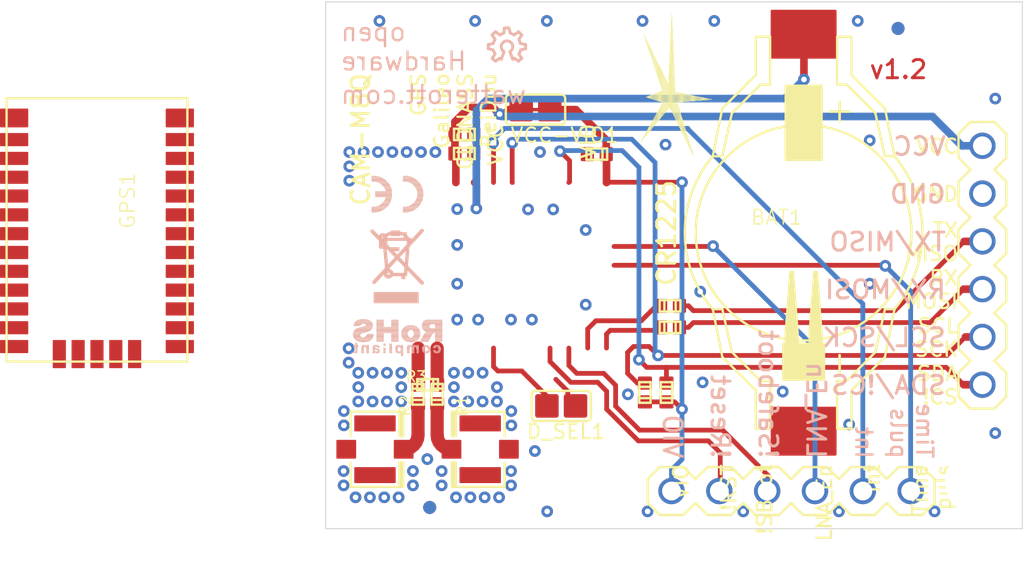
<source format=kicad_pcb>
(kicad_pcb (version 20171130) (host pcbnew 5.1.6-c6e7f7d~87~ubuntu18.04.1)
  (layers (0 Top signal) (31 Bottom signal) (34 B.Paste user) (35 F.Paste user) (36 B.SilkS user) (37 F.SilkS user) (38 B.Mask user) (39 F.Mask user) (44 Edge.Cuts user))
  (net 0 "")
  (net 1 GND)
  (net 2 VCC)
  (net 3 VCCIO)
  (net 4 /SDA)
  (net 5 /SCL)
  (net 6 /RXD)
  (net 7 /TXD)
  (net 8 /TIMEPULS)
  (net 9 /EXT_INT)
  (net 10 /LNA_EN)
  (net 11 /SAFEBOOT)
  (net 12 /RESET)
  (net 13 "Net-(BAT1-Pad+)")
  (net 14 "Net-(D_SEL1-Pad1)")
  (net 15 "Net-(GPS1-Pad26)")
  (net 16 "Net-(GPS1-Pad25)")
  (net 17 "Net-(GPS1-Pad17)")
  (net 18 "Net-(GPS1-Pad16)")
  (net 19 "Net-(IN1-PadFEED)")
  (net 20 "Net-(OUT1-PadFEED)")
  (module "" (layer Top) (at 144.5011 116.5036)
    (fp_text reference @HOLE0 hide)
    (fp_text value "" (at 0 0) (layer F.SilkS) (effects (font (size 1.27 1.27))))
    (pad "" np_thru_hole circle (at 0 0) (size 3.2 3.2) (drill 3.2) (layers *.Cu *.Mask))
  )
  (module "" (layer Top) (at 144.5011 93.5036)
    (fp_text reference @HOLE1 hide)
    (fp_text value "" (at 0 0) (layer F.SilkS) (effects (font (size 1.27 1.27))))
    (pad "" np_thru_hole circle (at 0 0) (size 3.2 3.2) (drill 3.2) (layers *.Cu *.Mask))
  )
  (module "" (layer Top) (at 164.5011 93.5036)
    (fp_text reference @HOLE2 hide)
    (fp_text value "" (at 0 0) (layer F.SilkS) (effects (font (size 1.27 1.27))))
    (pad "" np_thru_hole circle (at 0 0) (size 3.2 3.2) (drill 3.2) (layers *.Cu *.Mask))
  )
  (module "" (layer Top) (at 164.5011 116.5036)
    (fp_text reference @HOLE3 hide)
    (fp_text value "" (at 0 0) (layer F.SilkS) (effects (font (size 1.27 1.27))))
    (pad "" np_thru_hole circle (at 0 0) (size 3.2 3.2) (drill 3.2) (layers *.Cu *.Mask))
  )
  (module CAM-M8Q-Breakout_v12:PASSER_07MM (layer Top) (at 160.3991 92.4156)
    (fp_text reference X1 hide)
    (fp_text value PASSER-07 hide)
    (pad X smd roundrect (at 0 0) (size 0.7 0.7) (layers Top F.Mask) (roundrect_rratio 0.5))
  )
  (module CAM-M8Q-Breakout_v12:PASSER_07MM (layer Top) (at 135.5251 117.8766)
    (fp_text reference X2 hide)
    (fp_text value PASSER-07 hide)
    (pad X smd roundrect (at 0 0) (size 0.7 0.7) (layers Top F.Mask) (roundrect_rratio 0.5))
  )
  (module CAM-M8Q-Breakout_v12:OSHW_6X70 (layer Bottom) (at 140.6211 94.1596 180)
    (fp_text reference LOGO2 hide)
    (fp_text value OSHW_LOGOX0070 hide)
  )
  (module CAM-M8Q-Breakout_v12:C0402 (layer Top) (at 144.4001 99.0946 90)
    (fp_text reference C3 hide)
    (fp_text value 100n hide)
    (pad 2 smd roundrect (at 0 0.5 90) (size 0.75 0.7) (layers Top F.Paste F.Mask) (roundrect_rratio 0.1) (net 3 VCCIO))
    (pad 1 smd roundrect (at 0 -0.5 90) (size 0.75 0.7) (layers Top F.Paste F.Mask) (roundrect_rratio 0.1) (net 1 GND))
  )
  (module CAM-M8Q-Breakout_v12:C0402 (layer Top) (at 137.3671 99.0646 270)
    (fp_text reference C4 hide)
    (fp_text value 100n hide)
    (pad 2 smd roundrect (at 0 0.5 270) (size 0.75 0.7) (layers Top F.Paste F.Mask) (roundrect_rratio 0.1) (net 2 VCC))
    (pad 1 smd roundrect (at 0 -0.5 270) (size 0.75 0.7) (layers Top F.Paste F.Mask) (roundrect_rratio 0.1) (net 1 GND))
  )
  (module CAM-M8Q-Breakout_v12:PASSER_07MM (layer Bottom) (at 135.5251 117.8766 180)
    (fp_text reference X3 hide)
    (fp_text value PASSER-07 hide)
    (pad X smd roundrect (at 0 0 180) (size 0.7 0.7) (layers Bottom B.Mask) (roundrect_rratio 0.5))
  )
  (module CAM-M8Q-Breakout_v12:PASSER_07MM (layer Bottom) (at 160.3991 92.4156 180)
    (fp_text reference X4 hide)
    (fp_text value PASSER-07 hide)
    (pad X smd roundrect (at 0 0 180) (size 0.7 0.7) (layers Bottom B.Mask) (roundrect_rratio 0.5))
  )
  (module CAM-M8Q-Breakout_v12:BAT-SMTU1225LF (layer Top) (at 155.384684 103.271869)
    (fp_text reference BAT1 (at 0 -1.27) (layer F.SilkS) (effects (font (size 0.77216 0.77216) (thickness 0.077216)) (justify right top)))
    (fp_text value SMTU1225LF)
    (fp_text user - (at 1.016 6.096 90) (layer F.SilkS) (effects (font (size 1.35128 1.35128) (thickness 0.14224)) (justify right top)))
    (fp_text user + (at 1.016 -7.366 90) (layer F.SilkS) (effects (font (size 1.35128 1.35128) (thickness 0.14224)) (justify right top)))
    (pad - smd roundrect (at 0 10.55 270) (size 2.6 3.5) (layers Top F.Paste F.Mask) (roundrect_rratio 0.025) (net 1 GND))
    (pad + smd roundrect (at 0 -10.55 270) (size 2.6 3.5) (layers Top F.Paste F.Mask) (roundrect_rratio 0.025) (net 13 "Net-(BAT1-Pad+)"))
  )
  (module CAM-M8Q-Breakout_v12:JUMPER2-0603_NC (layer Top) (at 142.51085 112.47935 90)
    (fp_text reference D_SEL1 (at -1.36525 0.254) (layer F.SilkS) (effects (font (size 0.77216 0.77216) (thickness 0.115824))))
    (fp_text value JUMPER2-0603-NC hide)
    (pad 2 smd roundrect (at 0 0.76 90) (size 1.25 1.25) (layers Top F.Mask) (roundrect_rratio 0.1) (net 1 GND))
    (pad 1 smd roundrect (at 0 -0.76 90) (size 1.25 1.25) (layers Top F.Mask) (roundrect_rratio 0.1) (net 14 "Net-(D_SEL1-Pad1)"))
  )
  (module CAM-M8Q-Breakout_v12:MA06-1 (layer Top) (at 164.8781 105.0036)
    (fp_text reference J2 hide)
    (fp_text value MA06-1 hide)
    (pad 6 thru_hole circle (at 0 6.35) (size 1.4 1.4) (drill 1) (layers *.Cu *.Mask) (net 4 /SDA))
    (pad 5 thru_hole circle (at 0 3.81) (size 1.4 1.4) (drill 1) (layers *.Cu *.Mask) (net 5 /SCL))
    (pad 4 thru_hole circle (at 0 1.27) (size 1.4 1.4) (drill 1) (layers *.Cu *.Mask) (net 6 /RXD))
    (pad 3 thru_hole circle (at 0 -1.27) (size 1.4 1.4) (drill 1) (layers *.Cu *.Mask) (net 7 /TXD))
    (pad 2 thru_hole circle (at 0 -3.81) (size 1.4 1.4) (drill 1) (layers *.Cu *.Mask) (net 1 GND))
    (pad 1 thru_hole circle (at 0 -6.35) (size 1.4 1.4) (drill 1) (layers *.Cu *.Mask) (net 2 VCC))
  )
  (module CAM-M8Q-Breakout_v12:MA06-1 (layer Top) (at 154.7181 117.0036 90)
    (fp_text reference J3 hide)
    (fp_text value MA06-1 hide)
    (pad 6 thru_hole circle (at 0 6.35 90) (size 1.4 1.4) (drill 1) (layers *.Cu *.Mask) (net 8 /TIMEPULS))
    (pad 5 thru_hole circle (at 0 3.81 90) (size 1.4 1.4) (drill 1) (layers *.Cu *.Mask) (net 9 /EXT_INT))
    (pad 4 thru_hole circle (at 0 1.27 90) (size 1.4 1.4) (drill 1) (layers *.Cu *.Mask) (net 10 /LNA_EN))
    (pad 3 thru_hole circle (at 0 -1.27 90) (size 1.4 1.4) (drill 1) (layers *.Cu *.Mask) (net 11 /SAFEBOOT))
    (pad 2 thru_hole circle (at 0 -3.81 90) (size 1.4 1.4) (drill 1) (layers *.Cu *.Mask) (net 12 /RESET))
    (pad 1 thru_hole circle (at 0 -6.35 90) (size 1.4 1.4) (drill 1) (layers *.Cu *.Mask) (net 3 VCCIO))
  )
  (module CAM-M8Q-Breakout_v12:JUMPER2-0603_NC (layer Top) (at 141.1456 96.73135 90)
    (fp_text reference VCC-VIO1 (at -1.3645 1.55525) (layer F.SilkS) (effects (font (size 0.77216 0.77216) (thickness 0.108102))))
    (fp_text value JUMPER2-0603-NC hide)
    (pad 2 smd roundrect (at 0 0.76 90) (size 1.25 1.25) (layers Top F.Mask) (roundrect_rratio 0.1) (net 3 VCCIO))
    (pad 1 smd roundrect (at 0 -0.76 90) (size 1.25 1.25) (layers Top F.Mask) (roundrect_rratio 0.1) (net 2 VCC))
  )
  (module CAM-M8Q-Breakout_v12:C0402 (layer Top) (at 137.3671 98.0486 270)
    (fp_text reference C1 hide)
    (fp_text value 4u7)
    (pad 2 smd roundrect (at 0 0.5 270) (size 0.75 0.7) (layers Top F.Paste F.Mask) (roundrect_rratio 0.1) (net 2 VCC))
    (pad 1 smd roundrect (at 0 -0.5 270) (size 0.75 0.7) (layers Top F.Paste F.Mask) (roundrect_rratio 0.1) (net 1 GND))
  )
  (module CAM-M8Q-Breakout_v12:CAM-M8Q (layer Top) (at 117.856 103.124 90)
    (fp_text reference GPS1 (at 0 1.175 90) (layer F.SilkS) (effects (font (size 0.77216 0.77216) (thickness 0.077216)) (justify left top)))
    (fp_text value CAM-M8Q)
    (pad 31 smd roundrect (at -6.6 2 270) (size 1.5 0.7) (layers Top F.Paste F.Mask) (roundrect_rratio 0.05) (net 1 GND))
    (pad 30 smd roundrect (at -6.6 1 270) (size 1.5 0.7) (layers Top F.Paste F.Mask) (roundrect_rratio 0.05) (net 10 /LNA_EN))
    (pad 27 smd roundrect (at -6.6 -2 270) (size 1.5 0.7) (layers Top F.Paste F.Mask) (roundrect_rratio 0.05) (net 1 GND))
    (pad 28 smd roundrect (at -6.6 -1 270) (size 1.5 0.7) (layers Top F.Paste F.Mask) (roundrect_rratio 0.05))
    (pad 29 smd roundrect (at -6.6 0 270) (size 1.5 0.7) (layers Top F.Paste F.Mask) (roundrect_rratio 0.05) (net 8 /TIMEPULS))
    (pad 26 smd roundrect (at -6.2 -4.4 180) (size 1.5 0.7) (layers Top F.Paste F.Mask) (roundrect_rratio 0.05) (net 15 "Net-(GPS1-Pad26)"))
    (pad 25 smd roundrect (at -5.2 -4.4 180) (size 1.5 0.7) (layers Top F.Paste F.Mask) (roundrect_rratio 0.05) (net 16 "Net-(GPS1-Pad25)"))
    (pad 24 smd roundrect (at -4.2 -4.4 180) (size 1.5 0.7) (layers Top F.Paste F.Mask) (roundrect_rratio 0.05) (net 11 /SAFEBOOT))
    (pad 23 smd roundrect (at -3.2 -4.4 180) (size 1.5 0.7) (layers Top F.Paste F.Mask) (roundrect_rratio 0.05) (net 12 /RESET))
    (pad 22 smd roundrect (at -2.2 -4.4 180) (size 1.5 0.7) (layers Top F.Paste F.Mask) (roundrect_rratio 0.05) (net 1 GND))
    (pad 21 smd roundrect (at -1.2 -4.4 180) (size 1.5 0.7) (layers Top F.Paste F.Mask) (roundrect_rratio 0.05) (net 1 GND))
    (pad 20 smd roundrect (at -0.2 -4.4 180) (size 1.5 0.7) (layers Top F.Paste F.Mask) (roundrect_rratio 0.05) (net 14 "Net-(D_SEL1-Pad1)"))
    (pad 19 smd roundrect (at 0.8 -4.4 180) (size 1.5 0.7) (layers Top F.Paste F.Mask) (roundrect_rratio 0.05) (net 1 GND))
    (pad 18 smd roundrect (at 1.8 -4.4 180) (size 1.5 0.7) (layers Top F.Paste F.Mask) (roundrect_rratio 0.05) (net 1 GND))
    (pad 17 smd roundrect (at 2.8 -4.4 180) (size 1.5 0.7) (layers Top F.Paste F.Mask) (roundrect_rratio 0.05) (net 17 "Net-(GPS1-Pad17)"))
    (pad 16 smd roundrect (at 3.8 -4.4 180) (size 1.5 0.7) (layers Top F.Paste F.Mask) (roundrect_rratio 0.05) (net 18 "Net-(GPS1-Pad16)"))
    (pad 15 smd roundrect (at 4.8 -4.4 180) (size 1.5 0.7) (layers Top F.Paste F.Mask) (roundrect_rratio 0.05) (net 1 GND))
    (pad 14 smd roundrect (at 5.95 -4.4 180) (size 1.5 1) (layers Top F.Paste F.Mask) (roundrect_rratio 0.05) (net 1 GND))
    (pad 13 smd roundrect (at 5.95 4.4 180) (size 1.5 1) (layers Top F.Paste F.Mask) (roundrect_rratio 0.05) (net 1 GND))
    (pad 12 smd roundrect (at 4.8 4.4 180) (size 1.5 0.7) (layers Top F.Paste F.Mask) (roundrect_rratio 0.05) (net 1 GND))
    (pad 11 smd roundrect (at 3.8 4.4 180) (size 1.5 0.7) (layers Top F.Paste F.Mask) (roundrect_rratio 0.05) (net 1 GND))
    (pad 10 smd roundrect (at 2.8 4.4 180) (size 1.5 0.7) (layers Top F.Paste F.Mask) (roundrect_rratio 0.05) (net 1 GND))
    (pad 9 smd roundrect (at 1.8 4.4 180) (size 1.5 0.7) (layers Top F.Paste F.Mask) (roundrect_rratio 0.05) (net 2 VCC))
    (pad 8 smd roundrect (at 0.8 4.4 180) (size 1.5 0.7) (layers Top F.Paste F.Mask) (roundrect_rratio 0.05) (net 13 "Net-(BAT1-Pad+)"))
    (pad 7 smd roundrect (at -0.2 4.4 180) (size 1.5 0.7) (layers Top F.Paste F.Mask) (roundrect_rratio 0.05) (net 9 /EXT_INT))
    (pad 6 smd roundrect (at -1.2 4.4 180) (size 1.5 0.7) (layers Top F.Paste F.Mask) (roundrect_rratio 0.05) (net 5 /SCL))
    (pad 5 smd roundrect (at -2.2 4.4 180) (size 1.5 0.7) (layers Top F.Paste F.Mask) (roundrect_rratio 0.05) (net 1 GND))
    (pad 4 smd roundrect (at -3.2 4.4 180) (size 1.5 0.7) (layers Top F.Paste F.Mask) (roundrect_rratio 0.05) (net 1 GND))
    (pad 3 smd roundrect (at -4.2 4.4 180) (size 1.5 0.7) (layers Top F.Paste F.Mask) (roundrect_rratio 0.05) (net 4 /SDA))
    (pad 2 smd roundrect (at -5.2 4.4 180) (size 1.5 0.7) (layers Top F.Paste F.Mask) (roundrect_rratio 0.05))
    (pad 1 smd roundrect (at -6.2 4.4 180) (size 1.5 0.7) (layers Top F.Paste F.Mask) (roundrect_rratio 0.05) (net 3 VCCIO))
  )
  (module CAM-M8Q-Breakout_v12:C0402 (layer Top) (at 135.9221 111.8616 180)
    (fp_text reference R1 (at -1.016 0 90) (layer F.SilkS) (effects (font (size 0.57912 0.57912) (thickness 0.081076)) (justify right top)))
    (fp_text value nc)
    (pad 2 smd roundrect (at 0 0.5 180) (size 0.75 0.7) (layers Top F.Paste F.Mask) (roundrect_rratio 0.1) (net 17 "Net-(GPS1-Pad17)"))
    (pad 1 smd roundrect (at 0 -0.5 180) (size 0.75 0.7) (layers Top F.Paste F.Mask) (roundrect_rratio 0.1) (net 19 "Net-(IN1-PadFEED)"))
  )
  (module CAM-M8Q-Breakout_v12:C0402 (layer Top) (at 134.9061 111.8616 180)
    (fp_text reference R2 (at 1.016 0 90) (layer F.SilkS) (effects (font (size 0.57912 0.57912) (thickness 0.081076)) (justify right top)))
    (fp_text value nc)
    (pad 2 smd roundrect (at 0 0.5 180) (size 0.75 0.7) (layers Top F.Paste F.Mask) (roundrect_rratio 0.1) (net 18 "Net-(GPS1-Pad16)"))
    (pad 1 smd roundrect (at 0 -0.5 180) (size 0.75 0.7) (layers Top F.Paste F.Mask) (roundrect_rratio 0.1) (net 20 "Net-(OUT1-PadFEED)"))
  )
  (module CAM-M8Q-Breakout_v12:C0402 (layer Top) (at 135.4141 111.3536 270)
    (fp_text reference R3 (at -0.762 0) (layer F.SilkS) (effects (font (size 0.57 0.57) (thickness 0.0798)) (justify right top)))
    (fp_text value 0)
    (pad 2 smd roundrect (at 0 0.5 270) (size 0.75 0.7) (layers Top F.Paste F.Mask) (roundrect_rratio 0.1) (net 18 "Net-(GPS1-Pad16)"))
    (pad 1 smd roundrect (at 0 -0.5 270) (size 0.75 0.7) (layers Top F.Paste F.Mask) (roundrect_rratio 0.1) (net 17 "Net-(GPS1-Pad17)"))
  )
  (module CAM-M8Q-Breakout_v12:U.FL (layer Top) (at 132.6201 114.7826)
    (fp_text reference OUT1 hide)
    (fp_text value RF_Out hide)
    (pad NC smd roundrect (at -1.525 0) (size 1.05 1) (layers Top F.Paste F.Mask) (roundrect_rratio 0.05))
    (pad FEED smd roundrect (at 1.525 0) (size 1.05 1) (layers Top F.Paste F.Mask) (roundrect_rratio 0.05) (net 20 "Net-(OUT1-PadFEED)"))
    (pad 2 smd roundrect (at 0 1.375) (size 2.2 0.85) (layers Top F.Paste F.Mask) (roundrect_rratio 0.05) (net 1 GND))
    (pad 1 smd roundrect (at 0 -1.375) (size 2.2 0.85) (layers Top F.Paste F.Mask) (roundrect_rratio 0.05) (net 1 GND))
  )
  (module CAM-M8Q-Breakout_v12:U.FL (layer Top) (at 138.2081 114.7826 180)
    (fp_text reference IN1 hide)
    (fp_text value RF_In hide)
    (pad NC smd roundrect (at -1.525 0 180) (size 1.05 1) (layers Top F.Paste F.Mask) (roundrect_rratio 0.05))
    (pad FEED smd roundrect (at 1.525 0 180) (size 1.05 1) (layers Top F.Paste F.Mask) (roundrect_rratio 0.05) (net 19 "Net-(IN1-PadFEED)"))
    (pad 2 smd roundrect (at 0 1.375 180) (size 2.2 0.85) (layers Top F.Paste F.Mask) (roundrect_rratio 0.05) (net 1 GND))
    (pad 1 smd roundrect (at 0 -1.375 180) (size 2.2 0.85) (layers Top F.Paste F.Mask) (roundrect_rratio 0.05) (net 1 GND))
  )
  (module CAM-M8Q-Breakout_v12:SPARK_TPLACE_M (layer Top) (at 148.2891 96.0166 90)
    (fp_text reference LOGO1 hide)
    (fp_text value LOGO-S_PLACE_M hide)
  )
  (module CAM-M8Q-Breakout_v12:C0402 (layer Top) (at 148.2891 107.16085 90)
    (fp_text reference R4 hide)
    (fp_text value 220 hide)
    (pad 2 smd roundrect (at 0 0.5 90) (size 0.75 0.7) (layers Top F.Paste F.Mask) (roundrect_rratio 0.1) (net 7 /TXD))
    (pad 1 smd roundrect (at 0 -0.5 90) (size 0.75 0.7) (layers Top F.Paste F.Mask) (roundrect_rratio 0.1) (net 16 "Net-(GPS1-Pad25)"))
  )
  (module CAM-M8Q-Breakout_v12:C0402 (layer Top) (at 148.2891 108.30385 90)
    (fp_text reference R5 hide)
    (fp_text value 220 hide)
    (pad 2 smd roundrect (at 0 0.5 90) (size 0.75 0.7) (layers Top F.Paste F.Mask) (roundrect_rratio 0.1) (net 6 /RXD))
    (pad 1 smd roundrect (at 0 -0.5 90) (size 0.75 0.7) (layers Top F.Paste F.Mask) (roundrect_rratio 0.1) (net 15 "Net-(GPS1-Pad26)"))
  )
  (module CAM-M8Q-Breakout_v12:C0402 (layer Top) (at 146.9556 111.7646)
    (fp_text reference R6 hide)
    (fp_text value 10k hide)
    (pad 2 smd roundrect (at 0 0.5) (size 0.75 0.7) (layers Top F.Paste F.Mask) (roundrect_rratio 0.1) (net 3 VCCIO))
    (pad 1 smd roundrect (at 0 -0.5) (size 0.75 0.7) (layers Top F.Paste F.Mask) (roundrect_rratio 0.1) (net 5 /SCL))
  )
  (module CAM-M8Q-Breakout_v12:C0402 (layer Top) (at 148.0986 111.7646)
    (fp_text reference R7 hide)
    (fp_text value 10k hide)
    (pad 2 smd roundrect (at 0 0.5) (size 0.75 0.7) (layers Top F.Paste F.Mask) (roundrect_rratio 0.1) (net 3 VCCIO))
    (pad 1 smd roundrect (at 0 -0.5) (size 0.75 0.7) (layers Top F.Paste F.Mask) (roundrect_rratio 0.1) (net 4 /SDA))
  )
  (module CAM-M8Q-Breakout_v12:CE_2MM (layer Bottom) (at 133.8111 101.2236 180)
    (fp_text reference LOGO3 hide)
    (fp_text value LOGO_CE-2 hide)
  )
  (module CAM-M8Q-Breakout_v12:WEEE_4MM (layer Bottom) (at 133.8111 105.0336 180)
    (fp_text reference LOGO4 hide)
    (fp_text value LOGO_WEEE-4 hide)
  )
  (module CAM-M8Q-Breakout_v12:ROHS_2MM (layer Bottom) (at 133.8111 108.8436 180)
    (fp_text reference LOGO5 hide)
    (fp_text value LOGO_ROHS-2 hide)
  )
  (gr_text "GPS\nGalileo\nGLONASS\nBeiDou" (at 134.4781 94.7136 90) (layer F.SilkS) (effects (font (size 0.77216 0.77216) (thickness 0.12192)) (justify right top)))
  (gr_text "open\nHardware" (at 130.7278 92.0387) (layer B.SilkS) (effects (font (size 0.9652 0.9652) (thickness 0.12192)) (justify right top mirror)))
  (gr_text v1.2 (at 162.0371 94.0326) (layer Top) (effects (font (size 0.9652 0.9652) (thickness 0.1524)) (justify right top)))
  (gr_line (start 130.0011 119.0036) (end 167.0011 119.0036) (layer Edge.Cuts) (width 0.05))
  (gr_line (start 167.0011 119.0036) (end 167.0011 91.0036) (layer Edge.Cuts) (width 0.05))
  (gr_line (start 167.0011 91.0036) (end 130.0011 91.0036) (layer Edge.Cuts) (width 0.05))
  (gr_line (start 130.0011 91.0036) (end 130.0011 119.0036) (layer Edge.Cuts) (width 0.05))
  (gr_text VCC (at 163.0211 98.6836) (layer B.SilkS) (effects (font (size 0.9652 0.9652) (thickness 0.1524)) (justify left mirror)))
  (gr_text GND (at 163.0211 101.2236) (layer B.SilkS) (effects (font (size 0.9652 0.9652) (thickness 0.1524)) (justify left mirror)))
  (gr_text TX/MISO (at 163.0211 103.7636) (layer B.SilkS) (effects (font (size 0.9652 0.9652) (thickness 0.1524)) (justify left mirror)))
  (gr_text RX/MOSI (at 163.0211 106.3036) (layer B.SilkS) (effects (font (size 0.9652 0.9652) (thickness 0.1524)) (justify left mirror)))
  (gr_text SCL/SCK (at 163.0211 108.8436) (layer B.SilkS) (effects (font (size 0.9652 0.9652) (thickness 0.1524)) (justify left mirror)))
  (gr_text SDA/!CS (at 163.0211 111.3836) (layer B.SilkS) (effects (font (size 0.9652 0.9652) (thickness 0.1524)) (justify left mirror)))
  (gr_text VIO (at 148.4161 115.35235 -90) (layer B.SilkS) (effects (font (size 0.9652 0.9652) (thickness 0.1524)) (justify left mirror)))
  (gr_text !Reset (at 150.9561 115.35235 -90) (layer B.SilkS) (effects (font (size 0.9652 0.9652) (thickness 0.1524)) (justify left mirror)))
  (gr_text !Safeboot (at 153.4961 115.35235 -90) (layer B.SilkS) (effects (font (size 0.9652 0.9652) (thickness 0.1524)) (justify left mirror)))
  (gr_text LNA_En (at 156.0361 115.35235 -90) (layer B.SilkS) (effects (font (size 0.9652 0.9652) (thickness 0.1524)) (justify left mirror)))
  (gr_text Int (at 158.5761 115.35235 -90) (layer B.SilkS) (effects (font (size 0.855 0.855) (thickness 0.135)) (justify left mirror)))
  (gr_text "Time\npuls" (at 161.1161 115.35235 -90) (layer B.SilkS) (effects (font (size 0.855 0.855) (thickness 0.135)) (justify left mirror)))
  (gr_text VCC (at 163.6561 98.6836) (layer F.SilkS) (effects (font (size 0.77216 0.77216) (thickness 0.12192)) (justify right)))
  (gr_text GND (at 163.6561 101.2236) (layer F.SilkS) (effects (font (size 0.77216 0.77216) (thickness 0.12192)) (justify right)))
  (gr_text "TX\nMISO" (at 163.6561 103.7636) (layer F.SilkS) (effects (font (size 0.77216 0.77216) (thickness 0.12192)) (justify right)))
  (gr_text "RX\nMOSI" (at 163.6561 106.3036) (layer F.SilkS) (effects (font (size 0.77216 0.77216) (thickness 0.12192)) (justify right)))
  (gr_text "SCL\nSCK" (at 163.6561 108.8436) (layer F.SilkS) (effects (font (size 0.77216 0.77216) (thickness 0.12192)) (justify right)))
  (gr_text "SDA\n!CS" (at 163.6561 111.3836) (layer F.SilkS) (effects (font (size 0.77216 0.77216) (thickness 0.12192)) (justify right)))
  (gr_text VIO (at 148.4161 115.5111 90) (layer F.SilkS) (effects (font (size 0.77216 0.77216) (thickness 0.12192)) (justify right top)))
  (gr_text !RST (at 150.9561 115.5111 90) (layer F.SilkS) (effects (font (size 0.77216 0.77216) (thickness 0.12192)) (justify right top)))
  (gr_text !SBoot (at 152.8611 115.5111 90) (layer F.SilkS) (effects (font (size 0.77216 0.77216) (thickness 0.12192)) (justify right top)))
  (gr_text LNA_En (at 156.0361 115.5111 90) (layer F.SilkS) (effects (font (size 0.77216 0.77216) (thickness 0.12192)) (justify right top)))
  (gr_text Int (at 158.5761 115.5111 90) (layer F.SilkS) (effects (font (size 0.77216 0.77216) (thickness 0.12192)) (justify right top)))
  (gr_text "Time\npuls" (at 161.1161 115.5111 90) (layer F.SilkS) (effects (font (size 0.77216 0.77216) (thickness 0.12192)) (justify right top)))
  (gr_text watterott.com (at 130.7278 95.37245) (layer B.SilkS) (effects (font (size 0.9652 0.9652) (thickness 0.12192)) (justify right top mirror)))
  (gr_text CR1225 (at 148.0986 103.28735 90) (layer F.SilkS) (effects (font (size 0.9652 0.9652) (thickness 0.1524))))
  (gr_text VCC (at 138.5736 97.4136 90) (layer F.SilkS) (effects (font (size 0.77216 0.77216) (thickness 0.12192)) (justify right top)))
  (gr_text CAM-M8Q (at 131.3031 94.7136 90) (layer F.SilkS) (effects (font (size 0.95 0.95)) (justify right top)))
  (gr_text VIO (at 143.49485 97.4136 90) (layer F.SilkS) (effects (font (size 0.77216 0.77216) (thickness 0.12192)) (justify right top)))
  (via (at 132.4931 110.7186) (size 0.62) (drill 0.3) (layers Top Bottom) (net 1))
  (via (at 133.2551 110.7186) (size 0.62) (drill 0.3) (layers Top Bottom) (net 1))
  (via (at 134.0171 110.7186) (size 0.62) (drill 0.3) (layers Top Bottom) (net 1))
  (via (at 134.0171 111.4806) (size 0.62) (drill 0.3) (layers Top Bottom) (net 1))
  (via (at 134.0171 112.2426) (size 0.62) (drill 0.3) (layers Top Bottom) (net 1))
  (via (at 133.2551 112.2426) (size 0.62) (drill 0.3) (layers Top Bottom) (net 1))
  (via (at 132.4931 112.2426) (size 0.62) (drill 0.3) (layers Top Bottom) (net 1))
  (via (at 131.7311 112.2426) (size 0.62) (drill 0.3) (layers Top Bottom) (net 1))
  (via (at 131.7311 111.4806) (size 0.62) (drill 0.3) (layers Top Bottom) (net 1))
  (via (at 131.7311 110.7186) (size 0.62) (drill 0.3) (layers Top Bottom) (net 1))
  (via (at 136.8111 110.7186) (size 0.62) (drill 0.3) (layers Top Bottom) (net 1))
  (via (at 136.8111 111.4806) (size 0.62) (drill 0.3) (layers Top Bottom) (net 1))
  (via (at 136.8111 112.2426) (size 0.62) (drill 0.3) (layers Top Bottom) (net 1))
  (via (at 137.5731 112.2426) (size 0.62) (drill 0.3) (layers Top Bottom) (net 1))
  (via (at 138.3351 112.2426) (size 0.62) (drill 0.3) (layers Top Bottom) (net 1))
  (via (at 139.0971 112.2426) (size 0.62) (drill 0.3) (layers Top Bottom) (net 1))
  (via (at 139.0971 111.4806) (size 0.62) (drill 0.3) (layers Top Bottom) (net 1))
  (via (at 138.3351 110.7186) (size 0.62) (drill 0.3) (layers Top Bottom) (net 1))
  (via (at 137.5731 110.7186) (size 0.62) (drill 0.3) (layers Top Bottom) (net 1))
  (via (at 134.6371 115.9406) (size 0.62) (drill 0.3) (layers Top Bottom) (net 1))
  (via (at 136.1611 115.9406) (size 0.62) (drill 0.3) (layers Top Bottom) (net 1))
  (via (at 135.3991 115.3056) (size 0.62) (drill 0.3) (layers Top Bottom) (net 1))
  (via (at 134.6371 116.7026) (size 0.62) (drill 0.3) (layers Top Bottom) (net 1))
  (via (at 133.8751 117.3376) (size 0.62) (drill 0.3) (layers Top Bottom) (net 1))
  (via (at 133.1131 117.3376) (size 0.62) (drill 0.3) (layers Top Bottom) (net 1))
  (via (at 132.3511 117.3376) (size 0.62) (drill 0.3) (layers Top Bottom) (net 1))
  (via (at 131.5891 117.3376) (size 0.62) (drill 0.3) (layers Top Bottom) (net 1))
  (via (at 130.9541 116.7026) (size 0.62) (drill 0.3) (layers Top Bottom) (net 1))
  (via (at 130.9541 115.9406) (size 0.62) (drill 0.3) (layers Top Bottom) (net 1))
  (via (at 130.9691 112.7506) (size 0.62) (drill 0.3) (layers Top Bottom) (net 1))
  (via (at 130.9691 113.5126) (size 0.62) (drill 0.3) (layers Top Bottom) (net 1))
  (via (at 139.8591 112.7506) (size 0.62) (drill 0.3) (layers Top Bottom) (net 1))
  (via (at 139.8591 113.5126) (size 0.62) (drill 0.3) (layers Top Bottom) (net 1))
  (via (at 136.1611 116.7026) (size 0.62) (drill 0.3) (layers Top Bottom) (net 1))
  (via (at 136.9231 117.3376) (size 0.62) (drill 0.3) (layers Top Bottom) (net 1))
  (via (at 137.6851 117.3376) (size 0.62) (drill 0.3) (layers Top Bottom) (net 1))
  (via (at 138.4471 117.3376) (size 0.62) (drill 0.3) (layers Top Bottom) (net 1))
  (via (at 139.2091 117.3376) (size 0.62) (drill 0.3) (layers Top Bottom) (net 1))
  (via (at 139.8441 116.7026) (size 0.62) (drill 0.3) (layers Top Bottom) (net 1))
  (via (at 139.8441 115.9406) (size 0.62) (drill 0.3) (layers Top Bottom) (net 1))
  (via (at 140.95485 107.8911) (size 0.62) (drill 0.3) (layers Top Bottom) (net 1))
  (via (at 143.81235 107.09735) (size 0.62) (drill 0.3) (layers Top Bottom) (net 1))
  (via (at 143.81235 103.1286) (size 0.62) (drill 0.3) (layers Top Bottom) (net 1))
  (via (at 142.08285 102.0336) (size 0.62) (drill 0.3) (layers Top Bottom) (net 1))
  (via (at 140.74935 102.0336) (size 0.62) (drill 0.3) (layers Top Bottom) (net 1))
  (via (at 154.27485 111.71735) (size 0.62) (drill 0.3) (layers Top Bottom) (net 1))
  (via (at 135.8281 98.9856) (size 0.62) (drill 0.3) (layers Top Bottom) (net 1))
  (via (at 135.0661 98.9856) (size 0.62) (drill 0.3) (layers Top Bottom) (net 1))
  (via (at 134.3041 98.9856) (size 0.62) (drill 0.3) (layers Top Bottom) (net 1))
  (via (at 133.5421 98.9856) (size 0.62) (drill 0.3) (layers Top Bottom) (net 1))
  (via (at 132.7801 98.9856) (size 0.62) (drill 0.3) (layers Top Bottom) (net 1))
  (via (at 132.0181 98.9856) (size 0.62) (drill 0.3) (layers Top Bottom) (net 1))
  (via (at 141.38435 98.9856) (size 0.62) (drill 0.3) (layers Top Bottom) (net 1))
  (via (at 131.2561 98.9856) (size 0.62) (drill 0.3) (layers Top Bottom) (net 1))
  (via (at 131.2561 99.7476) (size 0.62) (drill 0.3) (layers Top Bottom) (net 1))
  (via (at 131.2561 100.5096) (size 0.62) (drill 0.3) (layers Top Bottom) (net 1))
  (via (at 131.2231 110.17885) (size 0.62) (drill 0.3) (layers Top Bottom) (net 1))
  (via (at 131.2231 109.41685) (size 0.62) (drill 0.3) (layers Top Bottom) (net 1))
  (via (at 158.8936 98.3661) (size 0.62) (drill 0.3) (layers Top Bottom) (net 1))
  (via (at 158.8936 105.9861) (size 0.62) (drill 0.3) (layers Top Bottom) (net 1))
  (via (at 149.8921 106.4006) (size 0.62) (drill 0.3) (layers Top Bottom) (net 1))
  (via (at 148.0506 98.5901) (size 0.62) (drill 0.3) (layers Top Bottom) (net 1))
  (via (at 165.5611 113.9236) (size 0.62) (drill 0.3) (layers Top Bottom) (net 1))
  (via (at 139.8436 107.8911) (size 0.62) (drill 0.3) (layers Top Bottom) (net 1))
  (via (at 138.09735 107.8911) (size 0.62) (drill 0.3) (layers Top Bottom) (net 1))
  (via (at 136.9861 107.8911) (size 0.62) (drill 0.3) (layers Top Bottom) (net 1))
  (via (at 165.5611 96.1436) (size 0.62) (drill 0.3) (layers Top Bottom) (net 1))
  (via (at 141.7641 118.0846) (size 0.62) (drill 0.3) (layers Top Bottom) (net 1))
  (via (at 147.0981 118.0846) (size 0.62) (drill 0.3) (layers Top Bottom) (net 1))
  (via (at 141.1136 114.8761) (size 0.62) (drill 0.3) (layers Top Bottom) (net 1))
  (via (at 157.7991 113.4636) (size 0.62) (drill 0.3) (layers Top Bottom) (net 1))
  (via (at 136.9861 102.01735) (size 0.62) (drill 0.3) (layers Top Bottom) (net 1))
  (via (at 136.9861 105.9861) (size 0.62) (drill 0.3) (layers Top Bottom) (net 1))
  (via (at 136.9861 103.92235) (size 0.62) (drill 0.3) (layers Top Bottom) (net 1))
  (via (at 132.8586 92.0161) (size 0.62) (drill 0.3) (layers Top Bottom) (net 1))
  (via (at 150.0191 111.2266) (size 0.62) (drill 0.3) (layers Top Bottom) (net 1))
  (via (at 137.9386 92.0161) (size 0.62) (drill 0.3) (layers Top Bottom) (net 1))
  (via (at 146.8286 92.0161) (size 0.62) (drill 0.3) (layers Top Bottom) (net 1))
  (via (at 150.6386 92.0161) (size 0.62) (drill 0.3) (layers Top Bottom) (net 1))
  (via (at 158.2586 92.0161) (size 0.62) (drill 0.3) (layers Top Bottom) (net 1))
  (via (at 152.1781 118.0846) (size 0.62) (drill 0.3) (layers Top Bottom) (net 1))
  (via (at 157.2581 118.0846) (size 0.62) (drill 0.3) (layers Top Bottom) (net 1))
  (via (at 162.3381 118.0846) (size 0.62) (drill 0.3) (layers Top Bottom) (net 1))
  (via (at 141.7486 92.0161) (size 0.62) (drill 0.3) (layers Top Bottom) (net 1))
  (segment (start 142.85985 112.0186) (end 142.85985 111.7011) (width 0.254) (layer Top) (net 1))
  (segment (start 142.85985 111.7011) (end 142.22485 111.0661) (width 0.254) (layer Top) (net 1))
  (via (at 146.05035 111.8616) (size 0.62) (drill 0.3) (layers Top Bottom) (net 1))
  (segment (start 136.9161 100.6036) (end 136.9161 99.1136) (width 0.4064) (layer Top) (net 2))
  (segment (start 136.9161 99.1136) (end 136.9161 99.1136) (width 0.4064) (layer Top) (net 2))
  (segment (start 136.9161 99.1136) (end 136.8671 99.0646) (width 0.4064) (layer Top) (net 2))
  (segment (start 136.8671 99.0646) (end 136.8671 98.0486) (width 0.4064) (layer Top) (net 2))
  (via (at 139.24035 96.9691) (size 0.62) (drill 0.3) (layers Top Bottom) (net 2))
  (segment (start 164.8781 98.6536) (end 163.78485 98.6536) (width 0.4064) (layer Bottom) (net 2))
  (segment (start 163.78485 98.6536) (end 162.22735 97.0961) (width 0.4064) (layer Bottom) (net 2))
  (segment (start 162.22735 97.0961) (end 139.36735 97.0961) (width 0.4064) (layer Bottom) (net 2))
  (segment (start 139.36735 97.0961) (end 139.24035 96.9691) (width 0.4064) (layer Bottom) (net 2))
  (segment (start 136.8671 98.0486) (end 136.8671 97.37385) (width 0.4064) (layer Top) (net 2))
  (segment (start 136.8671 97.37385) (end 137.6211 96.61985) (width 0.4064) (layer Top) (net 2))
  (segment (start 137.6211 96.61985) (end 138.8911 96.61985) (width 0.4064) (layer Top) (net 2))
  (segment (start 138.8911 96.61985) (end 139.24035 96.9691) (width 0.4064) (layer Top) (net 2))
  (segment (start 140.3856 96.73135) (end 139.7321 96.73135) (width 0.4064) (layer Top) (net 2))
  (segment (start 139.7321 96.73135) (end 139.5261 96.93735) (width 0.4064) (layer Top) (net 2))
  (segment (start 139.5261 96.93735) (end 139.2721 96.93735) (width 0.4064) (layer Top) (net 2))
  (segment (start 139.2721 96.93735) (end 139.24035 96.9691) (width 0.4064) (layer Top) (net 2))
  (via (at 138.0021 101.9856) (size 0.62) (drill 0.3) (layers Top Bottom) (net 13))
  (segment (start 138.0021 101.9856) (end 138.0021 100.6896) (width 0.4064) (layer Top) (net 13))
  (segment (start 138.0021 100.6896) (end 137.9161 100.6036) (width 0.4064) (layer Top) (net 13))
  (segment (start 138.0021 101.9856) (end 138.0021 96.7786) (width 0.4064) (layer Bottom) (net 13))
  (via (at 155.4011 95.1276) (size 0.62) (drill 0.3) (layers Top Bottom) (net 13))
  (segment (start 155.4011 95.1276) (end 155.4011 92.738285) (width 0.4064) (layer Top) (net 13))
  (segment (start 155.4011 92.738285) (end 155.384684 92.721869) (width 0.4064) (layer Top) (net 13))
  (segment (start 138.6371 96.1436) (end 154.3851 96.1436) (width 0.4064) (layer Bottom) (net 13))
  (segment (start 154.3851 96.1436) (end 155.4011 95.1276) (width 0.4064) (layer Bottom) (net 13))
  (segment (start 138.6371 96.1436) (end 138.0021 96.7786) (width 0.4064) (layer Bottom) (net 13))
  (segment (start 164.8781 103.7336) (end 163.90835 103.7336) (width 0.4064) (layer Top) (net 7))
  (segment (start 148.7891 107.16085) (end 149.27335 107.16085) (width 0.254) (layer Top) (net 7))
  (segment (start 149.27335 107.16085) (end 149.52735 107.41485) (width 0.254) (layer Top) (net 7))
  (segment (start 149.52735 107.41485) (end 160.2271 107.41485) (width 0.254) (layer Top) (net 7))
  (segment (start 160.2271 107.41485) (end 163.90835 103.7336) (width 0.254) (layer Top) (net 7))
  (segment (start 164.8781 106.2736) (end 163.8766 106.2736) (width 0.4064) (layer Top) (net 6))
  (segment (start 148.7891 108.30385) (end 149.27335 108.30385) (width 0.254) (layer Top) (net 6))
  (segment (start 149.27335 108.30385) (end 149.52735 108.04985) (width 0.254) (layer Top) (net 6))
  (segment (start 149.52735 108.04985) (end 162.10035 108.04985) (width 0.254) (layer Top) (net 6))
  (segment (start 162.10035 108.04985) (end 163.8766 106.2736) (width 0.254) (layer Top) (net 6))
  (segment (start 164.8781 108.8136) (end 163.97185 108.8136) (width 0.4064) (layer Top) (net 5))
  (segment (start 163.97185 108.8136) (end 162.98935 109.7961) (width 0.254) (layer Top) (net 5))
  (segment (start 162.98935 109.7961) (end 147.6541 109.7961) (width 0.254) (layer Top) (net 5))
  (via (at 147.6541 109.7961) (size 0.62) (drill 0.3) (layers Top Bottom) (net 5))
  (segment (start 147.49535 99.54085) (end 146.2571 98.3026) (width 0.254) (layer Bottom) (net 5))
  (via (at 139.9071 98.4931) (size 0.62) (drill 0.3) (layers Top Bottom) (net 5))
  (segment (start 139.9071 98.4931) (end 139.9071 100.5946) (width 0.254) (layer Top) (net 5))
  (segment (start 139.9071 100.5946) (end 139.9161 100.6036) (width 0.254) (layer Top) (net 5))
  (segment (start 146.2571 98.3026) (end 140.0976 98.3026) (width 0.254) (layer Bottom) (net 5))
  (segment (start 140.0976 98.3026) (end 139.9071 98.4931) (width 0.254) (layer Bottom) (net 5))
  (segment (start 147.49535 99.54085) (end 147.49535 109.63735) (width 0.254) (layer Bottom) (net 5))
  (segment (start 147.49535 109.63735) (end 147.6541 109.7961) (width 0.254) (layer Bottom) (net 5))
  (segment (start 146.9556 111.2646) (end 146.55085 111.2646) (width 0.254) (layer Top) (net 5))
  (segment (start 146.55085 111.2646) (end 146.03485 110.7486) (width 0.254) (layer Top) (net 5))
  (segment (start 146.03485 110.7486) (end 146.03485 109.63735) (width 0.254) (layer Top) (net 5))
  (segment (start 146.03485 109.63735) (end 146.35235 109.31985) (width 0.254) (layer Top) (net 5))
  (segment (start 146.35235 109.31985) (end 147.17785 109.31985) (width 0.254) (layer Top) (net 5))
  (segment (start 147.17785 109.31985) (end 147.6541 109.7961) (width 0.254) (layer Top) (net 5))
  (segment (start 164.8781 111.3536) (end 163.8801 111.3536) (width 0.4064) (layer Top) (net 4))
  (segment (start 163.8801 111.3536) (end 162.9576 110.4311) (width 0.254) (layer Top) (net 4))
  (segment (start 162.9576 110.4311) (end 148.0986 110.4311) (width 0.254) (layer Top) (net 4))
  (segment (start 148.0986 110.4311) (end 147.05085 110.4311) (width 0.254) (layer Top) (net 4))
  (segment (start 147.05085 110.4311) (end 146.6381 110.01835) (width 0.254) (layer Top) (net 4))
  (via (at 146.6381 110.01835) (size 0.62) (drill 0.3) (layers Top Bottom) (net 4))
  (segment (start 146.6381 110.01835) (end 146.6381 99.79485) (width 0.254) (layer Bottom) (net 4))
  (segment (start 146.6381 99.79485) (end 145.7491 98.90585) (width 0.254) (layer Bottom) (net 4))
  (via (at 142.4471 98.9376) (size 0.62) (drill 0.3) (layers Top Bottom) (net 4))
  (segment (start 142.4471 98.9376) (end 142.9551 99.4456) (width 0.254) (layer Top) (net 4))
  (segment (start 142.9551 99.4456) (end 142.9551 100.5646) (width 0.254) (layer Top) (net 4))
  (segment (start 142.9551 100.5646) (end 142.9161 100.6036) (width 0.254) (layer Top) (net 4))
  (segment (start 145.7491 98.90585) (end 142.47885 98.90585) (width 0.254) (layer Bottom) (net 4))
  (segment (start 142.47885 98.90585) (end 142.4471 98.9376) (width 0.254) (layer Bottom) (net 4))
  (segment (start 148.0986 111.2646) (end 148.0986 110.4311) (width 0.254) (layer Top) (net 4))
  (segment (start 135.9161 109.4036) (end 135.9221 109.4096) (width 0.6096) (layer Top) (net 17))
  (segment (start 135.9221 109.4096) (end 135.9221 111.3616) (width 0.7) (layer Top) (net 17))
  (segment (start 135.9221 111.3616) (end 135.9141 111.3536) (width 0.254) (layer Top) (net 17))
  (segment (start 134.9161 109.4036) (end 134.9141 109.4056) (width 0.6096) (layer Top) (net 18))
  (segment (start 134.9141 109.4056) (end 134.9141 111.3536) (width 0.7) (layer Top) (net 18))
  (segment (start 134.9061 111.3616) (end 134.9141 111.3536) (width 0.254) (layer Top) (net 18))
  (segment (start 134.9061 112.3616) (end 134.9061 114.0216) (width 0.7) (layer Top) (net 20))
  (segment (start 134.9061 114.0216) (end 134.9061 114.0216) (width 0.7) (layer Top) (net 20))
  (segment (start 134.9061 114.0216) (end 134.88017 114.218561) (width 0.7) (layer Top) (net 20))
  (segment (start 134.88017 114.218561) (end 134.804145 114.4021) (width 0.7) (layer Top) (net 20))
  (segment (start 134.804145 114.4021) (end 134.683208 114.559708) (width 0.7) (layer Top) (net 20))
  (segment (start 134.683208 114.559708) (end 134.5256 114.680645) (width 0.7) (layer Top) (net 20))
  (segment (start 134.5256 114.680645) (end 134.342061 114.75667) (width 0.7) (layer Top) (net 20))
  (segment (start 134.342061 114.75667) (end 134.1451 114.7826) (width 0.7) (layer Top) (net 20))
  (segment (start 135.9221 112.3616) (end 135.9221 114.0216) (width 0.7) (layer Top) (net 19))
  (segment (start 135.9221 114.0216) (end 135.9221 114.0216) (width 0.7) (layer Top) (net 19))
  (segment (start 135.9221 114.0216) (end 135.94803 114.218561) (width 0.7) (layer Top) (net 19))
  (segment (start 135.94803 114.218561) (end 136.024055 114.4021) (width 0.7) (layer Top) (net 19))
  (segment (start 136.024055 114.4021) (end 136.144992 114.559708) (width 0.7) (layer Top) (net 19))
  (segment (start 136.144992 114.559708) (end 136.3026 114.680645) (width 0.7) (layer Top) (net 19))
  (segment (start 136.3026 114.680645) (end 136.486139 114.75667) (width 0.7) (layer Top) (net 19))
  (segment (start 136.486139 114.75667) (end 136.6831 114.7826) (width 0.7) (layer Top) (net 19))
  (segment (start 138.9161 109.4036) (end 138.9161 110.3926) (width 0.254) (layer Top) (net 14))
  (segment (start 138.9161 110.3926) (end 139.1451 110.6216) (width 0.254) (layer Top) (net 14))
  (segment (start 139.1451 110.6216) (end 140.4151 110.6216) (width 0.254) (layer Top) (net 14))
  (segment (start 140.4151 110.6216) (end 141.75085 111.95735) (width 0.254) (layer Top) (net 14))
  (segment (start 141.75085 112.47935) (end 141.75085 111.95735) (width 0.254) (layer Top) (net 14))
  (segment (start 150.9561 114.97135) (end 150.9561 116.9556) (width 0.254) (layer Top) (net 12))
  (segment (start 150.9561 116.9556) (end 150.9081 117.0036) (width 0.254) (layer Top) (net 12))
  (segment (start 146.60635 114.33635) (end 150.3211 114.33635) (width 0.254) (layer Top) (net 12))
  (segment (start 150.3211 114.33635) (end 150.9561 114.97135) (width 0.254) (layer Top) (net 12))
  (segment (start 141.9161 109.4036) (end 141.9161 110.12235) (width 0.254) (layer Top) (net 12))
  (segment (start 141.9161 110.12235) (end 143.0186 111.22485) (width 0.254) (layer Top) (net 12))
  (segment (start 143.0186 111.22485) (end 144.44735 111.22485) (width 0.254) (layer Top) (net 12))
  (segment (start 144.44735 111.22485) (end 144.9236 111.7011) (width 0.254) (layer Top) (net 12))
  (segment (start 144.9236 111.7011) (end 144.9236 112.6536) (width 0.254) (layer Top) (net 12))
  (segment (start 144.9236 112.6536) (end 146.60635 114.33635) (width 0.254) (layer Top) (net 12))
  (segment (start 153.4961 116.9556) (end 153.4481 117.0036) (width 0.254) (layer Top) (net 11))
  (segment (start 151.0831 113.76485) (end 153.4961 116.17785) (width 0.254) (layer Top) (net 11))
  (segment (start 153.4961 116.17785) (end 153.4961 116.9556) (width 0.254) (layer Top) (net 11))
  (segment (start 142.9161 109.4036) (end 142.9161 110.3286) (width 0.254) (layer Top) (net 11))
  (segment (start 142.9161 110.3286) (end 143.3361 110.7486) (width 0.254) (layer Top) (net 11))
  (segment (start 143.3361 110.7486) (end 144.76485 110.7486) (width 0.254) (layer Top) (net 11))
  (segment (start 144.76485 110.7486) (end 145.39985 111.3836) (width 0.254) (layer Top) (net 11))
  (segment (start 145.39985 111.3836) (end 145.39985 112.49485) (width 0.254) (layer Top) (net 11))
  (segment (start 145.39985 112.49485) (end 146.66985 113.76485) (width 0.254) (layer Top) (net 11))
  (segment (start 146.66985 113.76485) (end 151.0831 113.76485) (width 0.254) (layer Top) (net 11))
  (segment (start 155.9881 117.0036) (end 155.9881 109.39885) (width 0.254) (layer Bottom) (net 10))
  (via (at 150.5751 103.98585) (size 0.62) (drill 0.3) (layers Top Bottom) (net 10))
  (segment (start 155.9881 109.39885) (end 150.5751 103.98585) (width 0.254) (layer Bottom) (net 10))
  (segment (start 145.3161 104.0036) (end 150.59285 104.0036) (width 0.254) (layer Top) (net 10))
  (segment (start 150.59285 104.0036) (end 150.5751 103.98585) (width 0.254) (layer Top) (net 10))
  (segment (start 158.5281 117.0036) (end 158.5281 107.04935) (width 0.254) (layer Bottom) (net 9))
  (segment (start 149.2416 97.7311) (end 149.20985 97.7311) (width 0.254) (layer Bottom) (net 9))
  (segment (start 149.20985 97.7311) (end 139.49435 97.7311) (width 0.254) (layer Bottom) (net 9))
  (segment (start 139.49435 97.7311) (end 138.8911 98.33435) (width 0.254) (layer Bottom) (net 9))
  (segment (start 138.8911 98.33435) (end 138.8911 98.4931) (width 0.254) (layer Bottom) (net 9))
  (via (at 138.8911 98.4931) (size 0.62) (drill 0.3) (layers Top Bottom) (net 9))
  (segment (start 138.9161 100.6036) (end 138.9161 98.5181) (width 0.254) (layer Top) (net 9))
  (segment (start 138.9161 98.5181) (end 138.8911 98.4931) (width 0.254) (layer Top) (net 9))
  (segment (start 158.5281 107.04935) (end 149.20985 97.7311) (width 0.254) (layer Bottom) (net 9))
  (segment (start 161.0681 117.0036) (end 161.0681 106.3826) (width 0.254) (layer Bottom) (net 8))
  (via (at 159.7191 105.0336) (size 0.62) (drill 0.3) (layers Top Bottom) (net 8))
  (segment (start 161.0681 106.3826) (end 159.7191 105.0336) (width 0.254) (layer Bottom) (net 8))
  (segment (start 145.3161 105.0036) (end 159.7191 105.0036) (width 0.254) (layer Top) (net 8))
  (segment (start 159.7191 105.0036) (end 159.7191 105.0336) (width 0.254) (layer Top) (net 8))
  (segment (start 143.9161 109.4036) (end 143.9161 108.3906) (width 0.254) (layer Top) (net 16))
  (segment (start 143.9161 108.3906) (end 144.3521 107.9546) (width 0.254) (layer Top) (net 16))
  (segment (start 144.3521 107.9546) (end 146.7651 107.9546) (width 0.254) (layer Top) (net 16))
  (segment (start 146.7651 107.9546) (end 147.4636 107.2561) (width 0.254) (layer Top) (net 16))
  (segment (start 147.4636 107.2561) (end 147.69385 107.2561) (width 0.254) (layer Top) (net 16))
  (segment (start 147.69385 107.2561) (end 147.7891 107.16085) (width 0.254) (layer Top) (net 16))
  (segment (start 144.9161 109.4036) (end 144.9161 108.6606) (width 0.254) (layer Top) (net 15))
  (segment (start 145.1141 108.4626) (end 144.9161 108.6606) (width 0.254) (layer Top) (net 15))
  (segment (start 145.1141 108.4626) (end 147.63035 108.4626) (width 0.254) (layer Top) (net 15))
  (segment (start 147.63035 108.4626) (end 147.7891 108.30385) (width 0.254) (layer Top) (net 15))
  (segment (start 146.9556 112.2646) (end 148.0986 112.2646) (width 0.254) (layer Top) (net 3))
  (segment (start 148.3681 117.0036) (end 148.3681 115.8766) (width 0.254) (layer Bottom) (net 3))
  (via (at 148.9241 100.5886) (size 0.62) (drill 0.3) (layers Top Bottom) (net 3))
  (segment (start 148.9241 100.5886) (end 144.9311 100.5886) (width 0.254) (layer Top) (net 3))
  (segment (start 141.9056 96.73135) (end 143.28885 96.73135) (width 0.4064) (layer Top) (net 3))
  (segment (start 143.28885 96.73135) (end 144.9001 98.3426) (width 0.4064) (layer Top) (net 3))
  (segment (start 148.9241 100.5886) (end 148.9241 112.6536) (width 0.254) (layer Bottom) (net 3))
  (segment (start 148.9241 112.6536) (end 148.9241 115.3206) (width 0.254) (layer Bottom) (net 3))
  (segment (start 148.9241 115.3206) (end 148.3681 115.8766) (width 0.254) (layer Bottom) (net 3))
  (segment (start 144.9161 100.6036) (end 144.9161 99.1106) (width 0.4064) (layer Top) (net 3))
  (segment (start 144.9161 99.1106) (end 144.9001 99.0946) (width 0.4064) (layer Top) (net 3))
  (segment (start 144.9001 99.0946) (end 144.9001 98.3426) (width 0.4064) (layer Top) (net 3))
  (segment (start 144.9161 100.6036) (end 144.9311 100.5886) (width 0.4064) (layer Top) (net 3))
  (segment (start 141.9056 96.73135) (end 140.52585 96.73135) (width 0.18) (layer Top) (net 3))
  (segment (start 148.0986 112.2646) (end 148.5351 112.2646) (width 0.254) (layer Top) (net 3))
  (segment (start 148.5351 112.2646) (end 148.9241 112.6536) (width 0.254) (layer Top) (net 3))
  (via (at 148.9241 112.6536) (size 0.62) (drill 0.3) (layers Top Bottom) (net 3))
)
</source>
